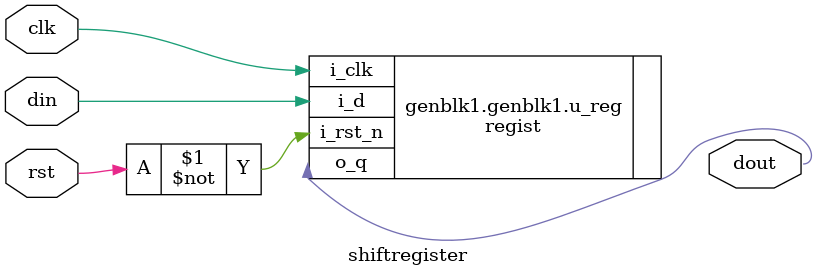
<source format=v>
module shiftregister #(parameter FIXED_DEPTH = 1, DATA_WIDTH = 1) (
    input clk,
    input rst,
    input [DATA_WIDTH-1:0] din,
    output [DATA_WIDTH-1:0] dout
);

generate
if(FIXED_DEPTH == 0) begin
    assign dout = din;
end
else if (FIXED_DEPTH == 1) begin
    regist #(DATA_WIDTH) u_reg (
        .i_clk(clk), // input clock
        .i_rst_n(~rst), // input reset
        .i_d(din),
        .o_q(dout)
    );
end else begin
    wire [FIXED_DEPTH*DATA_WIDTH-1:0] out_delay;
    regist #(FIXED_DEPTH*DATA_WIDTH) u_reg (
        .i_clk(clk), // input clock
        .i_rst_n(~rst), // input reset
        .i_d({out_delay[(FIXED_DEPTH-1)*DATA_WIDTH-1:0], din}),
        .o_q(out_delay)
    );
    assign dout = out_delay[FIXED_DEPTH*DATA_WIDTH-1-:DATA_WIDTH];
end
endgenerate

endmodule
</source>
